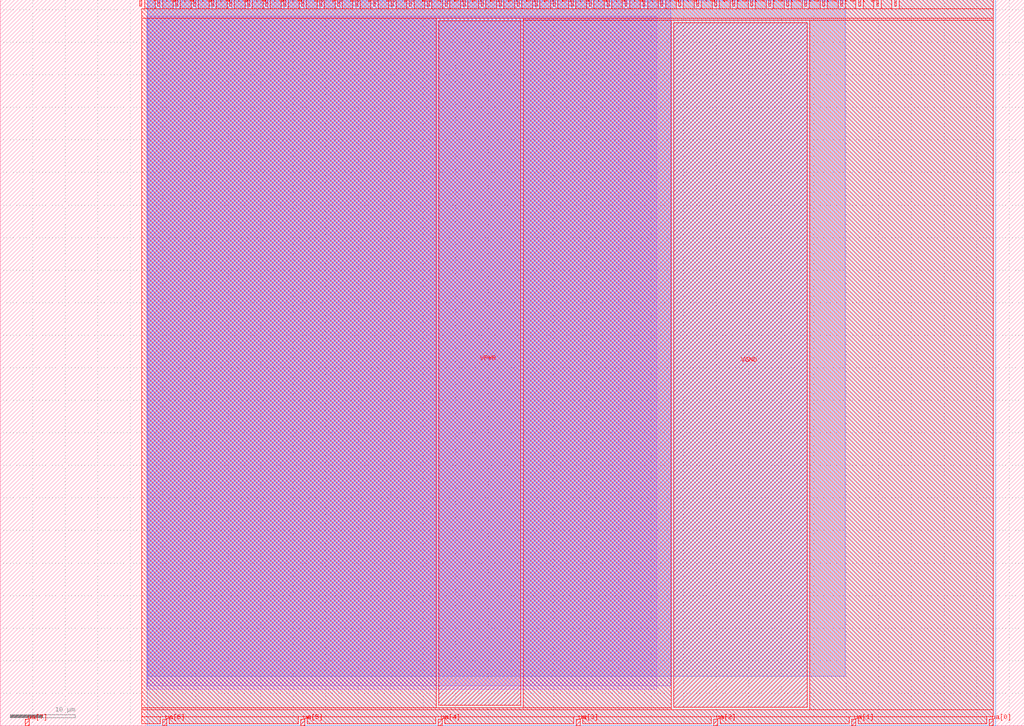
<source format=lef>
VERSION 5.7 ;
  NOWIREEXTENSIONATPIN ON ;
  DIVIDERCHAR "/" ;
  BUSBITCHARS "[]" ;
MACRO tt_um_tt05_analog_test
  CLASS BLOCK ;
  FOREIGN tt_um_tt05_analog_test ;
  ORIGIN 0.000 0.000 ;
  SIZE 157.320 BY 111.520 ;
  PIN clk
    DIRECTION INPUT ;
    USE SIGNAL ;
    PORT
      LAYER met4 ;
        RECT 134.630 110.520 134.930 111.520 ;
    END
  END clk
  PIN ena
    DIRECTION INPUT ;
    USE SIGNAL ;
    PORT
      LAYER met4 ;
        RECT 137.390 110.520 137.690 111.520 ;
    END
  END ena
  PIN rst_n
    DIRECTION INPUT ;
    USE SIGNAL ;
    PORT
      LAYER met4 ;
        RECT 131.870 110.520 132.170 111.520 ;
    END
  END rst_n
  PIN ua[0]
    DIRECTION INOUT ;
    USE SIGNAL ;
    ANTENNADIFFAREA 17.400000 ;
    PORT
      LAYER met4 ;
        RECT 151.960 0.000 152.560 1.000 ;
    END
  END ua[0]
  PIN ua[1]
    DIRECTION INOUT ;
    USE SIGNAL ;
    ANTENNADIFFAREA 17.400000 ;
    PORT
      LAYER met4 ;
        RECT 130.800 0.000 131.400 1.000 ;
    END
  END ua[1]
  PIN ua[2]
    DIRECTION INOUT ;
    USE SIGNAL ;
    PORT
      LAYER met4 ;
        RECT 109.640 0.000 110.240 1.000 ;
    END
  END ua[2]
  PIN ua[3]
    DIRECTION INOUT ;
    USE SIGNAL ;
    PORT
      LAYER met4 ;
        RECT 88.480 0.000 89.080 1.000 ;
    END
  END ua[3]
  PIN ua[4]
    DIRECTION INOUT ;
    USE SIGNAL ;
    PORT
      LAYER met4 ;
        RECT 67.320 0.000 67.920 1.000 ;
    END
  END ua[4]
  PIN ua[5]
    DIRECTION INOUT ;
    USE SIGNAL ;
    PORT
      LAYER met4 ;
        RECT 46.160 0.000 46.760 1.000 ;
    END
  END ua[5]
  PIN ua[6]
    DIRECTION INOUT ;
    USE SIGNAL ;
    PORT
      LAYER met4 ;
        RECT 25.000 0.000 25.600 1.000 ;
    END
  END ua[6]
  PIN ua[7]
    DIRECTION INOUT ;
    USE SIGNAL ;
    PORT
      LAYER met4 ;
        RECT 3.840 0.000 4.440 1.000 ;
    END
  END ua[7]
  PIN ui_in[0]
    DIRECTION INPUT ;
    USE SIGNAL ;
    ANTENNAGATEAREA 7.500000 ;
    PORT
      LAYER met4 ;
        RECT 129.110 110.520 129.410 111.520 ;
    END
  END ui_in[0]
  PIN ui_in[1]
    DIRECTION INPUT ;
    USE SIGNAL ;
    ANTENNAGATEAREA 7.500000 ;
    PORT
      LAYER met4 ;
        RECT 126.350 110.520 126.650 111.520 ;
    END
  END ui_in[1]
  PIN ui_in[2]
    DIRECTION INPUT ;
    USE SIGNAL ;
    ANTENNAGATEAREA 7.500000 ;
    PORT
      LAYER met4 ;
        RECT 123.590 110.520 123.890 111.520 ;
    END
  END ui_in[2]
  PIN ui_in[3]
    DIRECTION INPUT ;
    USE SIGNAL ;
    ANTENNAGATEAREA 6.500000 ;
    PORT
      LAYER met4 ;
        RECT 120.830 110.520 121.130 111.520 ;
    END
  END ui_in[3]
  PIN ui_in[4]
    DIRECTION INPUT ;
    USE SIGNAL ;
    PORT
      LAYER met4 ;
        RECT 118.070 110.520 118.370 111.520 ;
    END
  END ui_in[4]
  PIN ui_in[5]
    DIRECTION INPUT ;
    USE SIGNAL ;
    ANTENNAGATEAREA 6.500000 ;
    PORT
      LAYER met4 ;
        RECT 115.310 110.520 115.610 111.520 ;
    END
  END ui_in[5]
  PIN ui_in[6]
    DIRECTION INPUT ;
    USE SIGNAL ;
    ANTENNAGATEAREA 10.000000 ;
    PORT
      LAYER met4 ;
        RECT 112.550 110.520 112.850 111.520 ;
    END
  END ui_in[6]
  PIN ui_in[7]
    DIRECTION INPUT ;
    USE SIGNAL ;
    ANTENNAGATEAREA 6.500000 ;
    PORT
      LAYER met4 ;
        RECT 109.790 110.520 110.090 111.520 ;
    END
  END ui_in[7]
  PIN uio_in[0]
    DIRECTION INPUT ;
    USE SIGNAL ;
    PORT
      LAYER met4 ;
        RECT 107.030 110.520 107.330 111.520 ;
    END
  END uio_in[0]
  PIN uio_in[1]
    DIRECTION INPUT ;
    USE SIGNAL ;
    PORT
      LAYER met4 ;
        RECT 104.270 110.520 104.570 111.520 ;
    END
  END uio_in[1]
  PIN uio_in[2]
    DIRECTION INPUT ;
    USE SIGNAL ;
    PORT
      LAYER met4 ;
        RECT 101.510 110.520 101.810 111.520 ;
    END
  END uio_in[2]
  PIN uio_in[3]
    DIRECTION INPUT ;
    USE SIGNAL ;
    PORT
      LAYER met4 ;
        RECT 98.750 110.520 99.050 111.520 ;
    END
  END uio_in[3]
  PIN uio_in[4]
    DIRECTION INPUT ;
    USE SIGNAL ;
    PORT
      LAYER met4 ;
        RECT 95.990 110.520 96.290 111.520 ;
    END
  END uio_in[4]
  PIN uio_in[5]
    DIRECTION INPUT ;
    USE SIGNAL ;
    PORT
      LAYER met4 ;
        RECT 93.230 110.520 93.530 111.520 ;
    END
  END uio_in[5]
  PIN uio_in[6]
    DIRECTION INPUT ;
    USE SIGNAL ;
    PORT
      LAYER met4 ;
        RECT 90.470 110.520 90.770 111.520 ;
    END
  END uio_in[6]
  PIN uio_in[7]
    DIRECTION INPUT ;
    USE SIGNAL ;
    PORT
      LAYER met4 ;
        RECT 87.710 110.520 88.010 111.520 ;
    END
  END uio_in[7]
  PIN uio_oe[0]
    DIRECTION OUTPUT TRISTATE ;
    USE SIGNAL ;
    PORT
      LAYER met4 ;
        RECT 40.790 110.520 41.090 111.520 ;
    END
  END uio_oe[0]
  PIN uio_oe[1]
    DIRECTION OUTPUT TRISTATE ;
    USE SIGNAL ;
    PORT
      LAYER met4 ;
        RECT 38.030 110.520 38.330 111.520 ;
    END
  END uio_oe[1]
  PIN uio_oe[2]
    DIRECTION OUTPUT TRISTATE ;
    USE SIGNAL ;
    PORT
      LAYER met4 ;
        RECT 35.270 110.520 35.570 111.520 ;
    END
  END uio_oe[2]
  PIN uio_oe[3]
    DIRECTION OUTPUT TRISTATE ;
    USE SIGNAL ;
    PORT
      LAYER met4 ;
        RECT 32.510 110.520 32.810 111.520 ;
    END
  END uio_oe[3]
  PIN uio_oe[4]
    DIRECTION OUTPUT TRISTATE ;
    USE SIGNAL ;
    PORT
      LAYER met4 ;
        RECT 29.750 110.520 30.050 111.520 ;
    END
  END uio_oe[4]
  PIN uio_oe[5]
    DIRECTION OUTPUT TRISTATE ;
    USE SIGNAL ;
    PORT
      LAYER met4 ;
        RECT 26.990 110.520 27.290 111.520 ;
    END
  END uio_oe[5]
  PIN uio_oe[6]
    DIRECTION OUTPUT TRISTATE ;
    USE SIGNAL ;
    PORT
      LAYER met4 ;
        RECT 24.230 110.520 24.530 111.520 ;
    END
  END uio_oe[6]
  PIN uio_oe[7]
    DIRECTION OUTPUT TRISTATE ;
    USE SIGNAL ;
    PORT
      LAYER met4 ;
        RECT 21.470 110.520 21.770 111.520 ;
    END
  END uio_oe[7]
  PIN uio_out[0]
    DIRECTION OUTPUT TRISTATE ;
    USE SIGNAL ;
    PORT
      LAYER met4 ;
        RECT 62.870 110.520 63.170 111.520 ;
    END
  END uio_out[0]
  PIN uio_out[1]
    DIRECTION OUTPUT TRISTATE ;
    USE SIGNAL ;
    PORT
      LAYER met4 ;
        RECT 60.110 110.520 60.410 111.520 ;
    END
  END uio_out[1]
  PIN uio_out[2]
    DIRECTION OUTPUT TRISTATE ;
    USE SIGNAL ;
    PORT
      LAYER met4 ;
        RECT 57.350 110.520 57.650 111.520 ;
    END
  END uio_out[2]
  PIN uio_out[3]
    DIRECTION OUTPUT TRISTATE ;
    USE SIGNAL ;
    PORT
      LAYER met4 ;
        RECT 54.590 110.520 54.890 111.520 ;
    END
  END uio_out[3]
  PIN uio_out[4]
    DIRECTION OUTPUT TRISTATE ;
    USE SIGNAL ;
    PORT
      LAYER met4 ;
        RECT 51.830 110.520 52.130 111.520 ;
    END
  END uio_out[4]
  PIN uio_out[5]
    DIRECTION OUTPUT TRISTATE ;
    USE SIGNAL ;
    PORT
      LAYER met4 ;
        RECT 49.070 110.520 49.370 111.520 ;
    END
  END uio_out[5]
  PIN uio_out[6]
    DIRECTION OUTPUT TRISTATE ;
    USE SIGNAL ;
    PORT
      LAYER met4 ;
        RECT 46.310 110.520 46.610 111.520 ;
    END
  END uio_out[6]
  PIN uio_out[7]
    DIRECTION OUTPUT TRISTATE ;
    USE SIGNAL ;
    PORT
      LAYER met4 ;
        RECT 43.550 110.520 43.850 111.520 ;
    END
  END uio_out[7]
  PIN uo_out[0]
    DIRECTION OUTPUT TRISTATE ;
    USE SIGNAL ;
    PORT
      LAYER met4 ;
        RECT 84.950 110.520 85.250 111.520 ;
    END
  END uo_out[0]
  PIN uo_out[1]
    DIRECTION OUTPUT TRISTATE ;
    USE SIGNAL ;
    PORT
      LAYER met4 ;
        RECT 82.190 110.520 82.490 111.520 ;
    END
  END uo_out[1]
  PIN uo_out[2]
    DIRECTION OUTPUT TRISTATE ;
    USE SIGNAL ;
    PORT
      LAYER met4 ;
        RECT 79.430 110.520 79.730 111.520 ;
    END
  END uo_out[2]
  PIN uo_out[3]
    DIRECTION OUTPUT TRISTATE ;
    USE SIGNAL ;
    PORT
      LAYER met4 ;
        RECT 76.670 110.520 76.970 111.520 ;
    END
  END uo_out[3]
  PIN uo_out[4]
    DIRECTION OUTPUT TRISTATE ;
    USE SIGNAL ;
    PORT
      LAYER met4 ;
        RECT 73.910 110.520 74.210 111.520 ;
    END
  END uo_out[4]
  PIN uo_out[5]
    DIRECTION OUTPUT TRISTATE ;
    USE SIGNAL ;
    PORT
      LAYER met4 ;
        RECT 71.150 110.520 71.450 111.520 ;
    END
  END uo_out[5]
  PIN uo_out[6]
    DIRECTION OUTPUT TRISTATE ;
    USE SIGNAL ;
    PORT
      LAYER met4 ;
        RECT 68.390 110.520 68.690 111.520 ;
    END
  END uo_out[6]
  PIN uo_out[7]
    DIRECTION OUTPUT TRISTATE ;
    USE SIGNAL ;
    PORT
      LAYER met4 ;
        RECT 65.630 110.520 65.930 111.520 ;
    END
  END uo_out[7]
  PIN VGND
    USE GROUND ;
    PORT
      LAYER met4 ;
        RECT 103.500 2.880 123.970 108.020 ;
    END
  END VGND
  PIN VPWR
    USE POWER ;
    PORT
      LAYER met4 ;
        RECT 67.390 3.150 79.960 108.290 ;
    END
  END VPWR
  OBS
      LAYER li1 ;
        RECT 22.480 5.645 100.840 109.000 ;
      LAYER met1 ;
        RECT 22.625 6.165 102.990 111.400 ;
      LAYER met2 ;
        RECT 22.600 7.570 129.800 111.400 ;
      LAYER met3 ;
        RECT 128.430 111.520 129.840 111.530 ;
        RECT 22.600 0.000 152.920 111.520 ;
        RECT 130.490 -0.010 131.820 0.000 ;
      LAYER met4 ;
        RECT 22.170 110.120 23.830 111.515 ;
        RECT 24.930 110.120 26.590 111.515 ;
        RECT 27.690 110.120 29.350 111.515 ;
        RECT 30.450 110.120 32.110 111.515 ;
        RECT 33.210 110.120 34.870 111.515 ;
        RECT 35.970 110.120 37.630 111.515 ;
        RECT 38.730 110.120 40.390 111.515 ;
        RECT 41.490 110.120 43.150 111.515 ;
        RECT 44.250 110.120 45.910 111.515 ;
        RECT 47.010 110.120 48.670 111.515 ;
        RECT 49.770 110.120 51.430 111.515 ;
        RECT 52.530 110.120 54.190 111.515 ;
        RECT 55.290 110.120 56.950 111.515 ;
        RECT 58.050 110.120 59.710 111.515 ;
        RECT 60.810 110.120 62.470 111.515 ;
        RECT 63.570 110.120 65.230 111.515 ;
        RECT 66.330 110.120 67.990 111.515 ;
        RECT 69.090 110.120 70.750 111.515 ;
        RECT 71.850 110.120 73.510 111.515 ;
        RECT 74.610 110.120 76.270 111.515 ;
        RECT 77.370 110.120 79.030 111.515 ;
        RECT 80.130 110.120 81.790 111.515 ;
        RECT 82.890 110.120 84.550 111.515 ;
        RECT 85.650 110.120 87.310 111.515 ;
        RECT 88.410 110.120 90.070 111.515 ;
        RECT 91.170 110.120 92.830 111.515 ;
        RECT 93.930 110.120 95.590 111.515 ;
        RECT 96.690 110.120 98.350 111.515 ;
        RECT 99.450 110.120 101.110 111.515 ;
        RECT 102.210 110.120 103.870 111.515 ;
        RECT 104.970 110.120 106.630 111.515 ;
        RECT 107.730 110.120 109.390 111.515 ;
        RECT 110.490 110.120 112.150 111.515 ;
        RECT 113.250 110.120 114.910 111.515 ;
        RECT 116.010 110.120 117.670 111.515 ;
        RECT 118.770 110.120 120.430 111.515 ;
        RECT 121.530 110.120 123.190 111.515 ;
        RECT 124.290 110.120 125.950 111.515 ;
        RECT 127.050 110.120 128.710 111.515 ;
        RECT 129.810 110.120 131.470 111.515 ;
        RECT 132.570 110.120 134.230 111.515 ;
        RECT 135.330 110.120 136.990 111.515 ;
        RECT 138.090 110.120 152.565 111.515 ;
        RECT 21.770 108.690 152.565 110.120 ;
        RECT 21.770 2.750 66.990 108.690 ;
        RECT 80.360 108.420 152.565 108.690 ;
        RECT 80.360 2.750 103.100 108.420 ;
        RECT 21.770 2.480 103.100 2.750 ;
        RECT 124.370 2.480 152.565 108.420 ;
        RECT 21.770 1.400 152.565 2.480 ;
        RECT 21.770 0.345 24.600 1.400 ;
        RECT 26.000 0.345 45.760 1.400 ;
        RECT 47.160 0.345 66.920 1.400 ;
        RECT 68.320 0.345 88.080 1.400 ;
        RECT 89.480 0.345 109.240 1.400 ;
        RECT 110.640 0.345 130.400 1.400 ;
        RECT 131.800 0.345 151.560 1.400 ;
  END
END tt_um_tt05_analog_test
END LIBRARY


</source>
